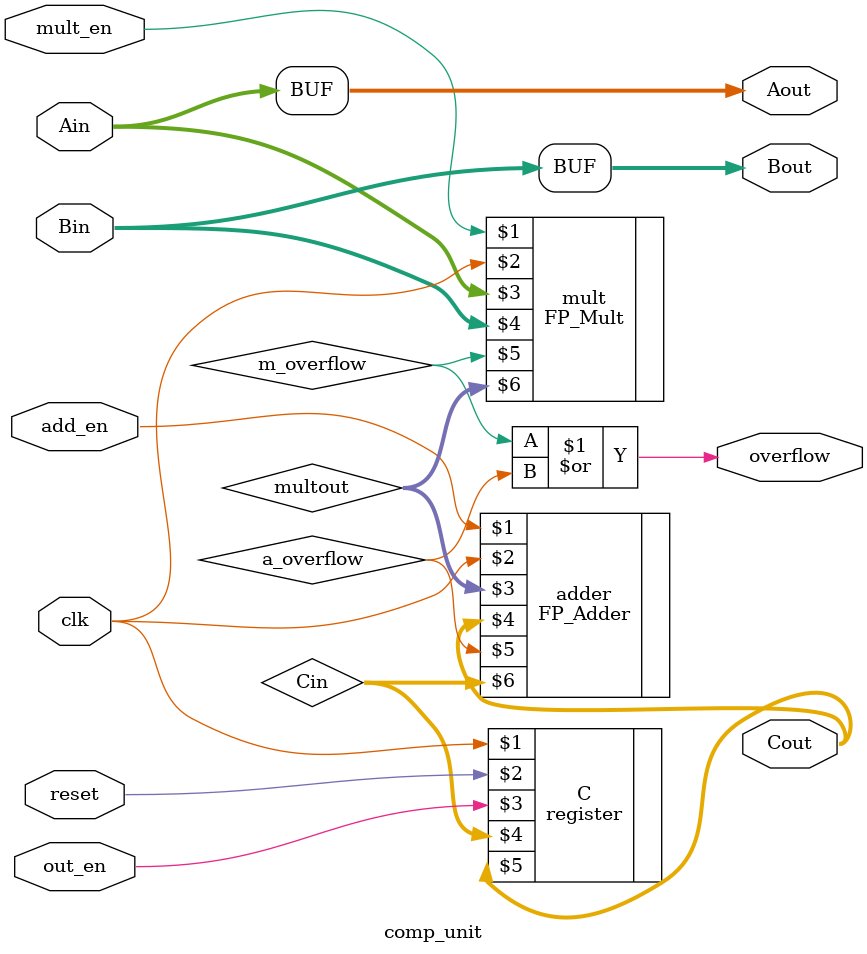
<source format=sv>
/******************************************************************************** 
  File:         	comp_unit.sv
  Description:  
  Board:          DE2-115 
  Date:           November 2019
  Author:         Justin Wilson, jkw0002@uah.edu
				
*********************************************************************************/
module comp_unit(clk, reset,  mult_en, add_en, out_en, Ain, Bin, Cout, Aout, Bout, overflow);
	
	// Inputs
	input logic clk, reset, mult_en, add_en, out_en;
	input logic [31:0] Ain, Bin;
	
	// Outputs
	output logic overflow;
	output logic [31:0] Cout, Aout, Bout;
	
	// Internal Clock Signal
	logic  m_overflow, a_overflow;
	logic [31:0] multout,  Cin;
	
	// Multiply inputs
	FP_Mult mult(mult_en, clk, Ain, Bin, m_overflow, multout);
	
	// Add Result to C register value
	FP_Adder adder(add_en, clk, multout, Cout, a_overflow, Cin);
	
	// Output Register
	register #(32) C(clk, reset, out_en, Cin, Cout);
	
	// Outputs
	assign overflow = m_overflow | a_overflow;
	assign Aout = Ain;
	assign Bout = Bin;

endmodule
</source>
